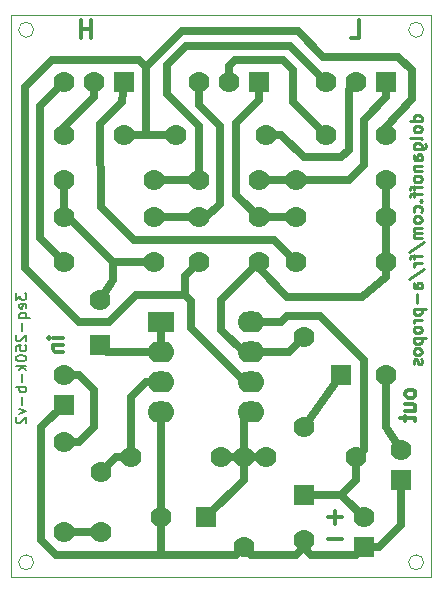
<source format=gbl>
%FSLAX46Y46*%
G04 Gerber Fmt 4.6, Leading zero omitted, Abs format (unit mm)*
G04 Created by KiCad (PCBNEW (2014-08-26 BZR 5101)-product) date 01/09/2014 17:58:47*
%MOMM*%
G01*
G04 APERTURE LIST*
%ADD10C,0.100000*%
%ADD11C,0.300000*%
%ADD12C,0.203200*%
%ADD13C,0.254000*%
%ADD14C,1.778000*%
%ADD15R,1.778000X1.778000*%
%ADD16R,2.286000X1.778000*%
%ADD17O,2.286000X1.778000*%
%ADD18C,0.635000*%
G04 APERTURE END LIST*
D10*
D11*
X119173571Y-78148571D02*
X119173571Y-76648571D01*
X119173571Y-77362857D02*
X118316428Y-77362857D01*
X118316428Y-78148571D02*
X118316428Y-76648571D01*
X141140714Y-78148571D02*
X141855000Y-78148571D01*
X141855000Y-76648571D01*
X146624524Y-108191905D02*
X146564048Y-108070952D01*
X146503571Y-108010476D01*
X146382619Y-107950000D01*
X146019762Y-107950000D01*
X145898810Y-108010476D01*
X145838333Y-108070952D01*
X145777857Y-108191905D01*
X145777857Y-108373333D01*
X145838333Y-108494285D01*
X145898810Y-108554762D01*
X146019762Y-108615238D01*
X146382619Y-108615238D01*
X146503571Y-108554762D01*
X146564048Y-108494285D01*
X146624524Y-108373333D01*
X146624524Y-108191905D01*
X145777857Y-109703810D02*
X146624524Y-109703810D01*
X145777857Y-109159524D02*
X146443095Y-109159524D01*
X146564048Y-109220000D01*
X146624524Y-109340953D01*
X146624524Y-109522381D01*
X146564048Y-109643333D01*
X146503571Y-109703810D01*
X145777857Y-110127143D02*
X145777857Y-110610953D01*
X145354524Y-110308572D02*
X146443095Y-110308572D01*
X146564048Y-110369048D01*
X146624524Y-110490001D01*
X146624524Y-110610953D01*
X116779524Y-103565476D02*
X115932857Y-103565476D01*
X115509524Y-103565476D02*
X115570000Y-103505000D01*
X115630476Y-103565476D01*
X115570000Y-103625952D01*
X115509524Y-103565476D01*
X115630476Y-103565476D01*
X115932857Y-104170238D02*
X116779524Y-104170238D01*
X116053810Y-104170238D02*
X115993333Y-104230714D01*
X115932857Y-104351667D01*
X115932857Y-104533095D01*
X115993333Y-104654047D01*
X116114286Y-104714524D01*
X116779524Y-104714524D01*
X139807143Y-118173572D02*
X139807143Y-119316429D01*
X140378571Y-118745000D02*
X139235714Y-118745000D01*
X139255572Y-120542857D02*
X140398429Y-120542857D01*
D10*
X112395000Y-123825000D02*
X147955000Y-123825000D01*
X112395000Y-76200000D02*
X147955000Y-76200000D01*
X114300000Y-122555000D02*
G75*
G03X114300000Y-122555000I-635000J0D01*
G74*
G01*
X147320000Y-122555000D02*
G75*
G03X147320000Y-122555000I-635000J0D01*
G74*
G01*
X147320000Y-77470000D02*
G75*
G03X147320000Y-77470000I-635000J0D01*
G74*
G01*
X114300000Y-77470000D02*
G75*
G03X114300000Y-77470000I-635000J0D01*
G74*
G01*
D12*
X112797167Y-99758499D02*
X112797167Y-100308832D01*
X113135833Y-100012499D01*
X113135833Y-100139499D01*
X113178167Y-100224166D01*
X113220500Y-100266499D01*
X113305167Y-100308832D01*
X113516833Y-100308832D01*
X113601500Y-100266499D01*
X113643833Y-100224166D01*
X113686167Y-100139499D01*
X113686167Y-99885499D01*
X113643833Y-99800832D01*
X113601500Y-99758499D01*
X113643833Y-101028499D02*
X113686167Y-100943833D01*
X113686167Y-100774499D01*
X113643833Y-100689833D01*
X113559167Y-100647499D01*
X113220500Y-100647499D01*
X113135833Y-100689833D01*
X113093500Y-100774499D01*
X113093500Y-100943833D01*
X113135833Y-101028499D01*
X113220500Y-101070833D01*
X113305167Y-101070833D01*
X113389833Y-100647499D01*
X113093500Y-101832833D02*
X113982500Y-101832833D01*
X113643833Y-101832833D02*
X113686167Y-101748166D01*
X113686167Y-101578833D01*
X113643833Y-101494166D01*
X113601500Y-101451833D01*
X113516833Y-101409499D01*
X113262833Y-101409499D01*
X113178167Y-101451833D01*
X113135833Y-101494166D01*
X113093500Y-101578833D01*
X113093500Y-101748166D01*
X113135833Y-101832833D01*
X113347500Y-102256166D02*
X113347500Y-102933499D01*
X112881833Y-103314499D02*
X112839500Y-103356833D01*
X112797167Y-103441499D01*
X112797167Y-103653166D01*
X112839500Y-103737833D01*
X112881833Y-103780166D01*
X112966500Y-103822499D01*
X113051167Y-103822499D01*
X113178167Y-103780166D01*
X113686167Y-103272166D01*
X113686167Y-103822499D01*
X112797167Y-104626833D02*
X112797167Y-104203500D01*
X113220500Y-104161166D01*
X113178167Y-104203500D01*
X113135833Y-104288166D01*
X113135833Y-104499833D01*
X113178167Y-104584500D01*
X113220500Y-104626833D01*
X113305167Y-104669166D01*
X113516833Y-104669166D01*
X113601500Y-104626833D01*
X113643833Y-104584500D01*
X113686167Y-104499833D01*
X113686167Y-104288166D01*
X113643833Y-104203500D01*
X113601500Y-104161166D01*
X112797167Y-105219500D02*
X112797167Y-105304167D01*
X112839500Y-105388833D01*
X112881833Y-105431167D01*
X112966500Y-105473500D01*
X113135833Y-105515833D01*
X113347500Y-105515833D01*
X113516833Y-105473500D01*
X113601500Y-105431167D01*
X113643833Y-105388833D01*
X113686167Y-105304167D01*
X113686167Y-105219500D01*
X113643833Y-105134833D01*
X113601500Y-105092500D01*
X113516833Y-105050167D01*
X113347500Y-105007833D01*
X113135833Y-105007833D01*
X112966500Y-105050167D01*
X112881833Y-105092500D01*
X112839500Y-105134833D01*
X112797167Y-105219500D01*
X113686167Y-105896834D02*
X112797167Y-105896834D01*
X113347500Y-105981500D02*
X113686167Y-106235500D01*
X113093500Y-106235500D02*
X113432167Y-105896834D01*
X113347500Y-106616501D02*
X113347500Y-107293834D01*
X113686167Y-107717168D02*
X112797167Y-107717168D01*
X113135833Y-107717168D02*
X113093500Y-107801834D01*
X113093500Y-107971168D01*
X113135833Y-108055834D01*
X113178167Y-108098168D01*
X113262833Y-108140501D01*
X113516833Y-108140501D01*
X113601500Y-108098168D01*
X113643833Y-108055834D01*
X113686167Y-107971168D01*
X113686167Y-107801834D01*
X113643833Y-107717168D01*
X113347500Y-108521501D02*
X113347500Y-109198834D01*
X113093500Y-109537501D02*
X113686167Y-109749168D01*
X113093500Y-109960834D01*
X112881833Y-110257167D02*
X112839500Y-110299501D01*
X112797167Y-110384167D01*
X112797167Y-110595834D01*
X112839500Y-110680501D01*
X112881833Y-110722834D01*
X112966500Y-110765167D01*
X113051167Y-110765167D01*
X113178167Y-110722834D01*
X113686167Y-110214834D01*
X113686167Y-110765167D01*
D13*
X147144619Y-85186763D02*
X146128619Y-85186763D01*
X147096238Y-85186763D02*
X147144619Y-85090001D01*
X147144619Y-84896478D01*
X147096238Y-84799716D01*
X147047857Y-84751335D01*
X146951095Y-84702954D01*
X146660810Y-84702954D01*
X146564048Y-84751335D01*
X146515667Y-84799716D01*
X146467286Y-84896478D01*
X146467286Y-85090001D01*
X146515667Y-85186763D01*
X147144619Y-85815716D02*
X147096238Y-85718954D01*
X147047857Y-85670573D01*
X146951095Y-85622192D01*
X146660810Y-85622192D01*
X146564048Y-85670573D01*
X146515667Y-85718954D01*
X146467286Y-85815716D01*
X146467286Y-85960858D01*
X146515667Y-86057620D01*
X146564048Y-86106001D01*
X146660810Y-86154382D01*
X146951095Y-86154382D01*
X147047857Y-86106001D01*
X147096238Y-86057620D01*
X147144619Y-85960858D01*
X147144619Y-85815716D01*
X147144619Y-86734954D02*
X147096238Y-86638192D01*
X146999476Y-86589811D01*
X146128619Y-86589811D01*
X146467286Y-87557429D02*
X147289762Y-87557429D01*
X147386524Y-87509048D01*
X147434905Y-87460667D01*
X147483286Y-87363906D01*
X147483286Y-87218763D01*
X147434905Y-87122001D01*
X147096238Y-87557429D02*
X147144619Y-87460667D01*
X147144619Y-87267144D01*
X147096238Y-87170382D01*
X147047857Y-87122001D01*
X146951095Y-87073620D01*
X146660810Y-87073620D01*
X146564048Y-87122001D01*
X146515667Y-87170382D01*
X146467286Y-87267144D01*
X146467286Y-87460667D01*
X146515667Y-87557429D01*
X147144619Y-88476667D02*
X146612429Y-88476667D01*
X146515667Y-88428286D01*
X146467286Y-88331524D01*
X146467286Y-88138001D01*
X146515667Y-88041239D01*
X147096238Y-88476667D02*
X147144619Y-88379905D01*
X147144619Y-88138001D01*
X147096238Y-88041239D01*
X146999476Y-87992858D01*
X146902714Y-87992858D01*
X146805952Y-88041239D01*
X146757571Y-88138001D01*
X146757571Y-88379905D01*
X146709190Y-88476667D01*
X146467286Y-88960477D02*
X147144619Y-88960477D01*
X146564048Y-88960477D02*
X146515667Y-89008858D01*
X146467286Y-89105620D01*
X146467286Y-89250762D01*
X146515667Y-89347524D01*
X146612429Y-89395905D01*
X147144619Y-89395905D01*
X147144619Y-90024858D02*
X147096238Y-89928096D01*
X147047857Y-89879715D01*
X146951095Y-89831334D01*
X146660810Y-89831334D01*
X146564048Y-89879715D01*
X146515667Y-89928096D01*
X146467286Y-90024858D01*
X146467286Y-90170000D01*
X146515667Y-90266762D01*
X146564048Y-90315143D01*
X146660810Y-90363524D01*
X146951095Y-90363524D01*
X147047857Y-90315143D01*
X147096238Y-90266762D01*
X147144619Y-90170000D01*
X147144619Y-90024858D01*
X146467286Y-90653810D02*
X146467286Y-91040858D01*
X147144619Y-90798953D02*
X146273762Y-90798953D01*
X146177000Y-90847334D01*
X146128619Y-90944096D01*
X146128619Y-91040858D01*
X146467286Y-91234381D02*
X146467286Y-91621429D01*
X147144619Y-91379524D02*
X146273762Y-91379524D01*
X146177000Y-91427905D01*
X146128619Y-91524667D01*
X146128619Y-91621429D01*
X147047857Y-91960095D02*
X147096238Y-92008476D01*
X147144619Y-91960095D01*
X147096238Y-91911714D01*
X147047857Y-91960095D01*
X147144619Y-91960095D01*
X147096238Y-92879333D02*
X147144619Y-92782571D01*
X147144619Y-92589048D01*
X147096238Y-92492286D01*
X147047857Y-92443905D01*
X146951095Y-92395524D01*
X146660810Y-92395524D01*
X146564048Y-92443905D01*
X146515667Y-92492286D01*
X146467286Y-92589048D01*
X146467286Y-92782571D01*
X146515667Y-92879333D01*
X147144619Y-93459905D02*
X147096238Y-93363143D01*
X147047857Y-93314762D01*
X146951095Y-93266381D01*
X146660810Y-93266381D01*
X146564048Y-93314762D01*
X146515667Y-93363143D01*
X146467286Y-93459905D01*
X146467286Y-93605047D01*
X146515667Y-93701809D01*
X146564048Y-93750190D01*
X146660810Y-93798571D01*
X146951095Y-93798571D01*
X147047857Y-93750190D01*
X147096238Y-93701809D01*
X147144619Y-93605047D01*
X147144619Y-93459905D01*
X147144619Y-94234000D02*
X146467286Y-94234000D01*
X146564048Y-94234000D02*
X146515667Y-94282381D01*
X146467286Y-94379143D01*
X146467286Y-94524285D01*
X146515667Y-94621047D01*
X146612429Y-94669428D01*
X147144619Y-94669428D01*
X146612429Y-94669428D02*
X146515667Y-94717809D01*
X146467286Y-94814571D01*
X146467286Y-94959714D01*
X146515667Y-95056476D01*
X146612429Y-95104857D01*
X147144619Y-95104857D01*
X146080238Y-96314381D02*
X147386524Y-95443524D01*
X146467286Y-96507905D02*
X146467286Y-96894953D01*
X147144619Y-96653048D02*
X146273762Y-96653048D01*
X146177000Y-96701429D01*
X146128619Y-96798191D01*
X146128619Y-96894953D01*
X147144619Y-97233619D02*
X146467286Y-97233619D01*
X146660810Y-97233619D02*
X146564048Y-97282000D01*
X146515667Y-97330381D01*
X146467286Y-97427143D01*
X146467286Y-97523904D01*
X146080238Y-98588285D02*
X147386524Y-97717428D01*
X147144619Y-99362380D02*
X146612429Y-99362380D01*
X146515667Y-99313999D01*
X146467286Y-99217237D01*
X146467286Y-99023714D01*
X146515667Y-98926952D01*
X147096238Y-99362380D02*
X147144619Y-99265618D01*
X147144619Y-99023714D01*
X147096238Y-98926952D01*
X146999476Y-98878571D01*
X146902714Y-98878571D01*
X146805952Y-98926952D01*
X146757571Y-99023714D01*
X146757571Y-99265618D01*
X146709190Y-99362380D01*
X146757571Y-99846190D02*
X146757571Y-100620285D01*
X146467286Y-101104095D02*
X147483286Y-101104095D01*
X146515667Y-101104095D02*
X146467286Y-101200857D01*
X146467286Y-101394380D01*
X146515667Y-101491142D01*
X146564048Y-101539523D01*
X146660810Y-101587904D01*
X146951095Y-101587904D01*
X147047857Y-101539523D01*
X147096238Y-101491142D01*
X147144619Y-101394380D01*
X147144619Y-101200857D01*
X147096238Y-101104095D01*
X147144619Y-102023333D02*
X146467286Y-102023333D01*
X146660810Y-102023333D02*
X146564048Y-102071714D01*
X146515667Y-102120095D01*
X146467286Y-102216857D01*
X146467286Y-102313618D01*
X147144619Y-102797428D02*
X147096238Y-102700666D01*
X147047857Y-102652285D01*
X146951095Y-102603904D01*
X146660810Y-102603904D01*
X146564048Y-102652285D01*
X146515667Y-102700666D01*
X146467286Y-102797428D01*
X146467286Y-102942570D01*
X146515667Y-103039332D01*
X146564048Y-103087713D01*
X146660810Y-103136094D01*
X146951095Y-103136094D01*
X147047857Y-103087713D01*
X147096238Y-103039332D01*
X147144619Y-102942570D01*
X147144619Y-102797428D01*
X146467286Y-103571523D02*
X147483286Y-103571523D01*
X146515667Y-103571523D02*
X146467286Y-103668285D01*
X146467286Y-103861808D01*
X146515667Y-103958570D01*
X146564048Y-104006951D01*
X146660810Y-104055332D01*
X146951095Y-104055332D01*
X147047857Y-104006951D01*
X147096238Y-103958570D01*
X147144619Y-103861808D01*
X147144619Y-103668285D01*
X147096238Y-103571523D01*
X147144619Y-104635904D02*
X147096238Y-104539142D01*
X147047857Y-104490761D01*
X146951095Y-104442380D01*
X146660810Y-104442380D01*
X146564048Y-104490761D01*
X146515667Y-104539142D01*
X146467286Y-104635904D01*
X146467286Y-104781046D01*
X146515667Y-104877808D01*
X146564048Y-104926189D01*
X146660810Y-104974570D01*
X146951095Y-104974570D01*
X147047857Y-104926189D01*
X147096238Y-104877808D01*
X147144619Y-104781046D01*
X147144619Y-104635904D01*
X147096238Y-105361618D02*
X147144619Y-105458380D01*
X147144619Y-105651904D01*
X147096238Y-105748665D01*
X146999476Y-105797046D01*
X146951095Y-105797046D01*
X146854333Y-105748665D01*
X146805952Y-105651904D01*
X146805952Y-105506761D01*
X146757571Y-105409999D01*
X146660810Y-105361618D01*
X146612429Y-105361618D01*
X146515667Y-105409999D01*
X146467286Y-105506761D01*
X146467286Y-105651904D01*
X146515667Y-105748665D01*
D10*
X112395000Y-123825000D02*
X112395000Y-76200000D01*
X147955000Y-76200000D02*
X147955000Y-123825000D01*
D14*
X120015000Y-120015000D03*
X120015000Y-114935000D03*
D15*
X119888000Y-104140000D03*
D14*
X119888000Y-100330000D03*
X128270000Y-90170000D03*
X133350000Y-90170000D03*
X128270000Y-93345000D03*
X133350000Y-93345000D03*
X139065000Y-86360000D03*
X144145000Y-86360000D03*
X116840000Y-86360000D03*
X121920000Y-86360000D03*
D15*
X140335000Y-106680000D03*
D14*
X144145000Y-106680000D03*
D15*
X128905000Y-118745000D03*
D14*
X125095000Y-118745000D03*
D15*
X137160000Y-116840000D03*
D14*
X137160000Y-120650000D03*
D15*
X116840000Y-109220000D03*
D14*
X116840000Y-106680000D03*
D15*
X145415000Y-115570000D03*
D14*
X145415000Y-113030000D03*
D15*
X142240000Y-121285000D03*
D14*
X142240000Y-118745000D03*
X116840000Y-120015000D03*
X116840000Y-112395000D03*
X130175000Y-113665000D03*
X122555000Y-113665000D03*
X124460000Y-90170000D03*
X116840000Y-90170000D03*
X124460000Y-93345000D03*
X116840000Y-93345000D03*
X116840000Y-97155000D03*
X124460000Y-97155000D03*
X133985000Y-86360000D03*
X126365000Y-86360000D03*
X144145000Y-90170000D03*
X136525000Y-90170000D03*
X144145000Y-93345000D03*
X136525000Y-93345000D03*
X144145000Y-97155000D03*
X136525000Y-97155000D03*
X137160000Y-111125000D03*
X137160000Y-103505000D03*
X133985000Y-113665000D03*
X141605000Y-113665000D03*
X132080000Y-121285000D03*
X132080000Y-113665000D03*
D15*
X144145000Y-81915000D03*
D14*
X141605000Y-81915000D03*
X139065000Y-81915000D03*
D15*
X133350000Y-81915000D03*
D14*
X130810000Y-81915000D03*
X128270000Y-81915000D03*
D15*
X121920000Y-81915000D03*
D14*
X119380000Y-81915000D03*
X116840000Y-81915000D03*
D16*
X125095000Y-102235000D03*
D17*
X125095000Y-104775000D03*
X125095000Y-107315000D03*
X125095000Y-109855000D03*
X132715000Y-109855000D03*
X132715000Y-107315000D03*
X132715000Y-104775000D03*
X132715000Y-102235000D03*
D14*
X128270000Y-97155000D03*
X133350000Y-97155000D03*
D18*
X116840000Y-120015000D02*
X120015000Y-120015000D01*
X122555000Y-108585000D02*
X123825000Y-107315000D01*
X123825000Y-107315000D02*
X125095000Y-107315000D01*
X122555000Y-113665000D02*
X122555000Y-108585000D01*
X121285000Y-113665000D02*
X122555000Y-113665000D01*
X120015000Y-114935000D02*
X121285000Y-113665000D01*
X125095000Y-104775000D02*
X120523000Y-104775000D01*
X120523000Y-104775000D02*
X119888000Y-104140000D01*
X125095000Y-102235000D02*
X125095000Y-104775000D01*
X119888000Y-100330000D02*
X121031000Y-98679000D01*
X121031000Y-98679000D02*
X121031000Y-97155000D01*
X124460000Y-97155000D02*
X121031000Y-97155000D01*
X121031000Y-97155000D02*
X117221000Y-93345000D01*
X117221000Y-93345000D02*
X116840000Y-93345000D01*
X116840000Y-93345000D02*
X116840000Y-90170000D01*
X127219469Y-78866991D02*
X136016991Y-78866991D01*
X125603000Y-80483460D02*
X127219469Y-78866991D01*
X125603000Y-82931000D02*
X125603000Y-80483460D01*
X128270000Y-85598000D02*
X125603000Y-82931000D01*
X128270000Y-90170000D02*
X128270000Y-85598000D01*
X136016991Y-78866991D02*
X139065000Y-81915000D01*
X128270000Y-90170000D02*
X124460000Y-90170000D01*
X144145000Y-81915000D02*
X144145000Y-83185000D01*
X140970000Y-90170000D02*
X136525000Y-90170000D01*
X142240000Y-88900000D02*
X140970000Y-90170000D01*
X142240000Y-85090000D02*
X142240000Y-88900000D01*
X144145000Y-83185000D02*
X142240000Y-85090000D01*
X133350000Y-90170000D02*
X136525000Y-90170000D01*
X128270000Y-93345000D02*
X128905000Y-93345000D01*
X128905000Y-93345000D02*
X130048000Y-92202000D01*
X130048000Y-92202000D02*
X130048000Y-85598000D01*
X130048000Y-85598000D02*
X128270000Y-83820000D01*
X128270000Y-83820000D02*
X128270000Y-81915000D01*
X128270000Y-93345000D02*
X124460000Y-93345000D01*
X133350000Y-93345000D02*
X131445000Y-91440000D01*
X133350000Y-83439000D02*
X133350000Y-81915000D01*
X131445000Y-85344000D02*
X133350000Y-83439000D01*
X131445000Y-91440000D02*
X131445000Y-85344000D01*
X133350000Y-93345000D02*
X136525000Y-93345000D01*
X130810000Y-81915000D02*
X130810000Y-80518000D01*
X130810000Y-80518000D02*
X131318000Y-80010000D01*
X131318000Y-80010000D02*
X135382000Y-80010000D01*
X135382000Y-80010000D02*
X136271000Y-80899000D01*
X136271000Y-80899000D02*
X136271000Y-83566000D01*
X136271000Y-83566000D02*
X139065000Y-86360000D01*
X116840000Y-85725000D02*
X119380000Y-83185000D01*
X119380000Y-83185000D02*
X119380000Y-81915000D01*
X116840000Y-86360000D02*
X116840000Y-85725000D01*
X137160000Y-111125000D02*
X140335000Y-106680000D01*
X144145000Y-106680000D02*
X144145000Y-111125000D01*
X144145000Y-111125000D02*
X145415000Y-113030000D01*
X132080000Y-113665000D02*
X132080000Y-110490000D01*
X132080000Y-110490000D02*
X132715000Y-109855000D01*
X132080000Y-113665000D02*
X132080000Y-115570000D01*
X132080000Y-115570000D02*
X128905000Y-118745000D01*
X132080000Y-113665000D02*
X133985000Y-113665000D01*
X132080000Y-113665000D02*
X130175000Y-113665000D01*
X137160000Y-121285000D02*
X137795000Y-121920000D01*
X137795000Y-121920000D02*
X141605000Y-121920000D01*
X141605000Y-121920000D02*
X142240000Y-121285000D01*
X132080000Y-121285000D02*
X132715000Y-121920000D01*
X132715000Y-121920000D02*
X136525000Y-121920000D01*
X136525000Y-121920000D02*
X137160000Y-121285000D01*
X125095000Y-121920000D02*
X131445000Y-121920000D01*
X131445000Y-121920000D02*
X132080000Y-121285000D01*
X137160000Y-120650000D02*
X137160000Y-121285000D01*
X125095000Y-118745000D02*
X125095000Y-109855000D01*
X143510000Y-121285000D02*
X145415000Y-119380000D01*
X145415000Y-119380000D02*
X145415000Y-115570000D01*
X142240000Y-121285000D02*
X143510000Y-121285000D01*
X125095000Y-121920000D02*
X125095000Y-118745000D01*
X116205000Y-121920000D02*
X125095000Y-121920000D01*
X114935000Y-120650000D02*
X116205000Y-121920000D01*
X114935000Y-111125000D02*
X114935000Y-120650000D01*
X116840000Y-109220000D02*
X114935000Y-111125000D01*
X132715000Y-102235000D02*
X135255000Y-102235000D01*
X135255000Y-102235000D02*
X135763000Y-101727000D01*
X135763000Y-101727000D02*
X138557000Y-101727000D01*
X138557000Y-101727000D02*
X142240000Y-105410000D01*
X142240000Y-105410000D02*
X142240000Y-113030000D01*
X142240000Y-113030000D02*
X141605000Y-113665000D01*
X140335000Y-116840000D02*
X141605000Y-115570000D01*
X141605000Y-115570000D02*
X141605000Y-113665000D01*
X140335000Y-116840000D02*
X142240000Y-118745000D01*
X137160000Y-116840000D02*
X140335000Y-116840000D01*
X118110000Y-112395000D02*
X116840000Y-112395000D01*
X119380000Y-107950000D02*
X118110000Y-106680000D01*
X119380000Y-111125000D02*
X119380000Y-107950000D01*
X118110000Y-112395000D02*
X119380000Y-111125000D01*
X116840000Y-106680000D02*
X118110000Y-106680000D01*
X116840000Y-97155000D02*
X114808000Y-95123000D01*
X114808000Y-83947000D02*
X116840000Y-81915000D01*
X114808000Y-95123000D02*
X114808000Y-83947000D01*
X141605000Y-81915000D02*
X140970000Y-82550000D01*
X135255000Y-86360000D02*
X133985000Y-86360000D01*
X137160000Y-88265000D02*
X140335000Y-88265000D01*
X135255000Y-86360000D02*
X137160000Y-88265000D01*
X140970000Y-87630000D02*
X140970000Y-82550000D01*
X140970000Y-87630000D02*
X140335000Y-88265000D01*
X121920000Y-81915000D02*
X121793000Y-83566000D01*
X121793000Y-83566000D02*
X119888000Y-85471000D01*
X119888000Y-85471000D02*
X120015000Y-92456000D01*
X120015000Y-92456000D02*
X122809000Y-95250000D01*
X122809000Y-95250000D02*
X134620000Y-95250000D01*
X134620000Y-95250000D02*
X136525000Y-97155000D01*
X127127000Y-99949000D02*
X127127000Y-98298000D01*
X127127000Y-98298000D02*
X128270000Y-97155000D01*
X123825000Y-80645000D02*
X126873000Y-77597000D01*
X126873000Y-77597000D02*
X136652000Y-77597000D01*
X136652000Y-77597000D02*
X138811000Y-79756000D01*
X138811000Y-79756000D02*
X145161000Y-79756000D01*
X145161000Y-79756000D02*
X146304000Y-80899000D01*
X146304000Y-80899000D02*
X146304000Y-83312000D01*
X146304000Y-83312000D02*
X144145000Y-85725000D01*
X144145000Y-85725000D02*
X144145000Y-86360000D01*
X132715000Y-107315000D02*
X132207000Y-107315000D01*
X115824000Y-80010000D02*
X123190000Y-80010000D01*
X132207000Y-107315000D02*
X127635000Y-102743000D01*
X127635000Y-102743000D02*
X127635000Y-100457000D01*
X113538000Y-97663000D02*
X113538000Y-82296000D01*
X127635000Y-100457000D02*
X127127000Y-99949000D01*
X127127000Y-99949000D02*
X122936000Y-99949000D01*
X122936000Y-99949000D02*
X120650000Y-102235000D01*
X120650000Y-102235000D02*
X118110000Y-102235000D01*
X118110000Y-102235000D02*
X113538000Y-97663000D01*
X113538000Y-82296000D02*
X115824000Y-80010000D01*
X123190000Y-80010000D02*
X123825000Y-80645000D01*
X123825000Y-86360000D02*
X123825000Y-80645000D01*
X121920000Y-86360000D02*
X123825000Y-86360000D01*
X123825000Y-86360000D02*
X126365000Y-86360000D01*
X132715000Y-107315000D02*
X132080000Y-107315000D01*
X133350000Y-97155000D02*
X133350000Y-97663000D01*
X133350000Y-97663000D02*
X135763000Y-100076000D01*
X144145000Y-98425000D02*
X144145000Y-97155000D01*
X142113002Y-100076000D02*
X144145000Y-98425000D01*
X135763000Y-100076000D02*
X142113002Y-100076000D01*
X130175000Y-102870000D02*
X130175000Y-100330000D01*
X132080000Y-104775000D02*
X130175000Y-102870000D01*
X130175000Y-100330000D02*
X133350000Y-97155000D01*
X132715000Y-104775000D02*
X132080000Y-104775000D01*
X135890000Y-104775000D02*
X137160000Y-103505000D01*
X132715000Y-104775000D02*
X135890000Y-104775000D01*
X144145000Y-90170000D02*
X144145000Y-93345000D01*
X144145000Y-93345000D02*
X144145000Y-97155000D01*
M02*

</source>
